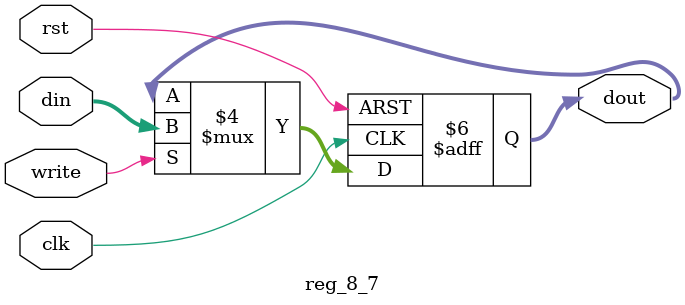
<source format=v>
module reg_8_7(clk,rst,write,din,dout);

output [7:0] dout;
input  clk,rst,write;
input  [7:0] din;

reg [7:0] dout;

always @ (posedge clk or negedge rst)
	begin
		if(!rst)
			dout  <= 8'h8d;
		else 
		  if(write)
					 dout<=din;
		  else 
					 dout<=dout;
	end

endmodule
</source>
